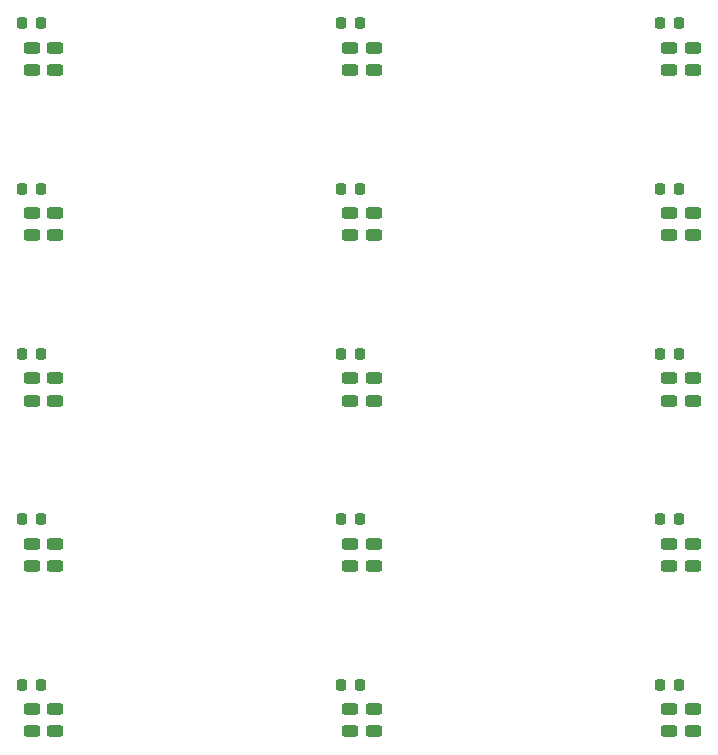
<source format=gtp>
G04 #@! TF.GenerationSoftware,KiCad,Pcbnew,6.0.9-8da3e8f707~116~ubuntu20.04.1*
G04 #@! TF.CreationDate,2023-04-16T18:25:48+00:00*
G04 #@! TF.ProjectId,LEC005001-panel,4c454330-3035-4303-9031-2d70616e656c,rev?*
G04 #@! TF.SameCoordinates,Original*
G04 #@! TF.FileFunction,Paste,Top*
G04 #@! TF.FilePolarity,Positive*
%FSLAX46Y46*%
G04 Gerber Fmt 4.6, Leading zero omitted, Abs format (unit mm)*
G04 Created by KiCad (PCBNEW 6.0.9-8da3e8f707~116~ubuntu20.04.1) date 2023-04-16 18:25:48*
%MOMM*%
%LPD*%
G01*
G04 APERTURE LIST*
G04 Aperture macros list*
%AMRoundRect*
0 Rectangle with rounded corners*
0 $1 Rounding radius*
0 $2 $3 $4 $5 $6 $7 $8 $9 X,Y pos of 4 corners*
0 Add a 4 corners polygon primitive as box body*
4,1,4,$2,$3,$4,$5,$6,$7,$8,$9,$2,$3,0*
0 Add four circle primitives for the rounded corners*
1,1,$1+$1,$2,$3*
1,1,$1+$1,$4,$5*
1,1,$1+$1,$6,$7*
1,1,$1+$1,$8,$9*
0 Add four rect primitives between the rounded corners*
20,1,$1+$1,$2,$3,$4,$5,0*
20,1,$1+$1,$4,$5,$6,$7,0*
20,1,$1+$1,$6,$7,$8,$9,0*
20,1,$1+$1,$8,$9,$2,$3,0*%
G04 Aperture macros list end*
%ADD10RoundRect,0.243750X-0.456250X0.243750X-0.456250X-0.243750X0.456250X-0.243750X0.456250X0.243750X0*%
%ADD11RoundRect,0.218750X0.218750X0.256250X-0.218750X0.256250X-0.218750X-0.256250X0.218750X-0.256250X0*%
G04 APERTURE END LIST*
D10*
G04 #@! TO.C,R1*
X67998912Y-15062500D03*
X67998912Y-16937500D03*
G04 #@! TD*
G04 #@! TO.C,R2*
X11998912Y-43062500D03*
X11998912Y-44937500D03*
G04 #@! TD*
G04 #@! TO.C,R1*
X13998912Y-29062500D03*
X13998912Y-30937500D03*
G04 #@! TD*
G04 #@! TO.C,R1*
X13998912Y-71062500D03*
X13998912Y-72937500D03*
G04 #@! TD*
G04 #@! TO.C,R2*
X65998912Y-15062500D03*
X65998912Y-16937500D03*
G04 #@! TD*
D11*
G04 #@! TO.C,D1*
X66786412Y-55000000D03*
X65211412Y-55000000D03*
G04 #@! TD*
G04 #@! TO.C,D1*
X66786412Y-69000000D03*
X65211412Y-69000000D03*
G04 #@! TD*
D10*
G04 #@! TO.C,R1*
X40998912Y-57062500D03*
X40998912Y-58937500D03*
G04 #@! TD*
G04 #@! TO.C,R2*
X65998912Y-57062500D03*
X65998912Y-58937500D03*
G04 #@! TD*
D11*
G04 #@! TO.C,D1*
X12786412Y-27000000D03*
X11211412Y-27000000D03*
G04 #@! TD*
D10*
G04 #@! TO.C,R2*
X38998912Y-43062500D03*
X38998912Y-44937500D03*
G04 #@! TD*
G04 #@! TO.C,R1*
X67998912Y-57062500D03*
X67998912Y-58937500D03*
G04 #@! TD*
G04 #@! TO.C,R1*
X13998912Y-43062500D03*
X13998912Y-44937500D03*
G04 #@! TD*
G04 #@! TO.C,R2*
X65998912Y-43062500D03*
X65998912Y-44937500D03*
G04 #@! TD*
G04 #@! TO.C,R2*
X11998912Y-29062500D03*
X11998912Y-30937500D03*
G04 #@! TD*
D11*
G04 #@! TO.C,D1*
X39786412Y-41000000D03*
X38211412Y-41000000D03*
G04 #@! TD*
D10*
G04 #@! TO.C,R1*
X67998912Y-29062500D03*
X67998912Y-30937500D03*
G04 #@! TD*
G04 #@! TO.C,R2*
X38998912Y-29062500D03*
X38998912Y-30937500D03*
G04 #@! TD*
G04 #@! TO.C,R1*
X40998912Y-29062500D03*
X40998912Y-30937500D03*
G04 #@! TD*
G04 #@! TO.C,R1*
X40998912Y-71062500D03*
X40998912Y-72937500D03*
G04 #@! TD*
G04 #@! TO.C,R2*
X11998912Y-57062500D03*
X11998912Y-58937500D03*
G04 #@! TD*
G04 #@! TO.C,R2*
X38998912Y-71062500D03*
X38998912Y-72937500D03*
G04 #@! TD*
G04 #@! TO.C,R1*
X13998912Y-57062500D03*
X13998912Y-58937500D03*
G04 #@! TD*
D11*
G04 #@! TO.C,D1*
X66786412Y-13000000D03*
X65211412Y-13000000D03*
G04 #@! TD*
G04 #@! TO.C,D1*
X12786412Y-41000000D03*
X11211412Y-41000000D03*
G04 #@! TD*
D10*
G04 #@! TO.C,R1*
X13998912Y-15062500D03*
X13998912Y-16937500D03*
G04 #@! TD*
D11*
G04 #@! TO.C,D1*
X12786412Y-55000000D03*
X11211412Y-55000000D03*
G04 #@! TD*
G04 #@! TO.C,D1*
X39786412Y-13000000D03*
X38211412Y-13000000D03*
G04 #@! TD*
G04 #@! TO.C,D1*
X66786412Y-41000000D03*
X65211412Y-41000000D03*
G04 #@! TD*
D10*
G04 #@! TO.C,R2*
X38998912Y-15062500D03*
X38998912Y-16937500D03*
G04 #@! TD*
G04 #@! TO.C,R1*
X40998912Y-43062500D03*
X40998912Y-44937500D03*
G04 #@! TD*
D11*
G04 #@! TO.C,D1*
X39786412Y-69000000D03*
X38211412Y-69000000D03*
G04 #@! TD*
G04 #@! TO.C,D1*
X12786412Y-13000000D03*
X11211412Y-13000000D03*
G04 #@! TD*
D10*
G04 #@! TO.C,R2*
X38998912Y-57062500D03*
X38998912Y-58937500D03*
G04 #@! TD*
G04 #@! TO.C,R2*
X11998912Y-15062500D03*
X11998912Y-16937500D03*
G04 #@! TD*
G04 #@! TO.C,R1*
X67998912Y-43062500D03*
X67998912Y-44937500D03*
G04 #@! TD*
G04 #@! TO.C,R1*
X40998912Y-15062500D03*
X40998912Y-16937500D03*
G04 #@! TD*
G04 #@! TO.C,R2*
X65998912Y-29062500D03*
X65998912Y-30937500D03*
G04 #@! TD*
D11*
G04 #@! TO.C,D1*
X12786412Y-69000000D03*
X11211412Y-69000000D03*
G04 #@! TD*
G04 #@! TO.C,D1*
X39786412Y-55000000D03*
X38211412Y-55000000D03*
G04 #@! TD*
D10*
G04 #@! TO.C,R2*
X65998912Y-71062500D03*
X65998912Y-72937500D03*
G04 #@! TD*
D11*
G04 #@! TO.C,D1*
X66786412Y-27000000D03*
X65211412Y-27000000D03*
G04 #@! TD*
D10*
G04 #@! TO.C,R1*
X67998912Y-71062500D03*
X67998912Y-72937500D03*
G04 #@! TD*
D11*
G04 #@! TO.C,D1*
X39786412Y-27000000D03*
X38211412Y-27000000D03*
G04 #@! TD*
D10*
G04 #@! TO.C,R2*
X11998912Y-71062500D03*
X11998912Y-72937500D03*
G04 #@! TD*
M02*

</source>
